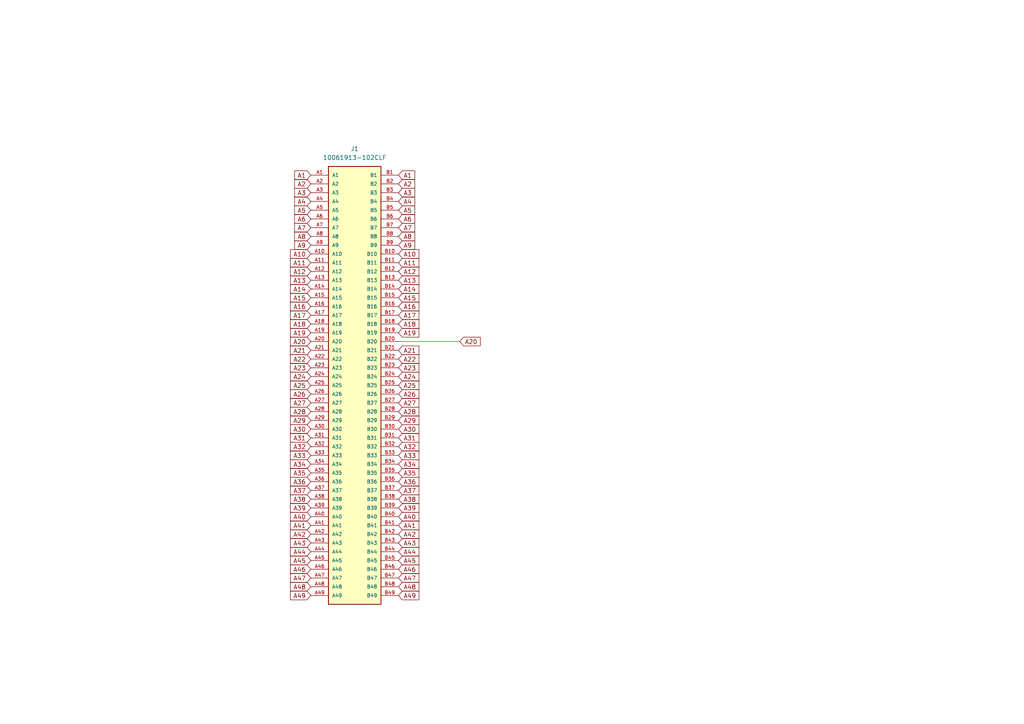
<source format=kicad_sch>
(kicad_sch (version 20230121) (generator eeschema)
  (paper "A4")
  (lib_symbols
    (symbol "10061913-102CLF:10061913-102CLF" (pin_names (offset 1.016))
      (property "Reference" "J" (at -7.62 64.262 0))
      (property "Value" "10061913-102CLF" (at -7.62 -66.04 0))
      (symbol "10061913-102CLF_0_0"
        (rectangle (start -7.62 -63.5) (end 7.62 63.5) (stroke (width 0.254)) (fill (type background)))
        (pin passive line (at -12.7 60.96 0) (length 5.08) (name "A1") (number "A1"))
        (pin passive line (at -12.7 38.1 0) (length 5.08) (name "A10") (number "A10"))
        (pin passive line (at -12.7 35.56 0) (length 5.08) (name "A11") (number "A11"))
        (pin passive line (at -12.7 33.02 0) (length 5.08) (name "A12") (number "A12"))
        (pin passive line (at -12.7 30.48 0) (length 5.08) (name "A13") (number "A13"))
        (pin passive line (at -12.7 27.94 0) (length 5.08) (name "A14") (number "A14"))
        (pin passive line (at -12.7 25.4 0) (length 5.08) (name "A15") (number "A15"))
        (pin passive line (at -12.7 22.86 0) (length 5.08) (name "A16") (number "A16"))
        (pin passive line (at -12.7 20.32 0) (length 5.08) (name "A17") (number "A17"))
        (pin passive line (at -12.7 17.78 0) (length 5.08) (name "A18") (number "A18"))
        (pin passive line (at -12.7 15.24 0) (length 5.08) (name "A19") (number "A19"))
        (pin passive line (at -12.7 58.42 0) (length 5.08) (name "A2") (number "A2"))
        (pin passive line (at -12.7 12.7 0) (length 5.08) (name "A20") (number "A20"))
        (pin passive line (at -12.7 10.16 0) (length 5.08) (name "A21") (number "A21"))
        (pin passive line (at -12.7 7.62 0) (length 5.08) (name "A22") (number "A22"))
        (pin passive line (at -12.7 5.08 0) (length 5.08) (name "A23") (number "A23"))
        (pin passive line (at -12.7 2.54 0) (length 5.08) (name "A24") (number "A24"))
        (pin passive line (at -12.7 0 0) (length 5.08) (name "A25") (number "A25"))
        (pin passive line (at -12.7 -2.54 0) (length 5.08) (name "A26") (number "A26"))
        (pin passive line (at -12.7 -5.08 0) (length 5.08) (name "A27") (number "A27"))
        (pin passive line (at -12.7 -7.62 0) (length 5.08) (name "A28") (number "A28"))
        (pin passive line (at -12.7 -10.16 0) (length 5.08) (name "A29") (number "A29"))
        (pin passive line (at -12.7 55.88 0) (length 5.08) (name "A3") (number "A3"))
        (pin passive line (at -12.7 -12.7 0) (length 5.08) (name "A30") (number "A30"))
        (pin passive line (at -12.7 -15.24 0) (length 5.08) (name "A31") (number "A31"))
        (pin passive line (at -12.7 -17.78 0) (length 5.08) (name "A32") (number "A32"))
        (pin passive line (at -12.7 -20.32 0) (length 5.08) (name "A33") (number "A33"))
        (pin passive line (at -12.7 -22.86 0) (length 5.08) (name "A34") (number "A34"))
        (pin passive line (at -12.7 -25.4 0) (length 5.08) (name "A35") (number "A35"))
        (pin passive line (at -12.7 -27.94 0) (length 5.08) (name "A36") (number "A36"))
        (pin passive line (at -12.7 -30.48 0) (length 5.08) (name "A37") (number "A37"))
        (pin passive line (at -12.7 -33.02 0) (length 5.08) (name "A38") (number "A38"))
        (pin passive line (at -12.7 -35.56 0) (length 5.08) (name "A39") (number "A39"))
        (pin passive line (at -12.7 53.34 0) (length 5.08) (name "A4") (number "A4"))
        (pin passive line (at -12.7 -38.1 0) (length 5.08) (name "A40") (number "A40"))
        (pin passive line (at -12.7 -40.64 0) (length 5.08) (name "A41") (number "A41"))
        (pin passive line (at -12.7 -43.18 0) (length 5.08) (name "A42") (number "A42"))
        (pin passive line (at -12.7 -45.72 0) (length 5.08) (name "A43") (number "A43"))
        (pin passive line (at -12.7 -48.26 0) (length 5.08) (name "A44") (number "A44"))
        (pin passive line (at -12.7 -50.8 0) (length 5.08) (name "A45") (number "A45"))
        (pin passive line (at -12.7 -53.34 0) (length 5.08) (name "A46") (number "A46"))
        (pin passive line (at -12.7 -55.88 0) (length 5.08) (name "A47") (number "A47"))
        (pin passive line (at -12.7 -58.42 0) (length 5.08) (name "A48") (number "A48"))
        (pin passive line (at -12.7 -60.96 0) (length 5.08) (name "A49") (number "A49"))
        (pin passive line (at -12.7 50.8 0) (length 5.08) (name "A5") (number "A5"))
        (pin passive line (at -12.7 48.26 0) (length 5.08) (name "A6") (number "A6"))
        (pin passive line (at -12.7 45.72 0) (length 5.08) (name "A7") (number "A7"))
        (pin passive line (at -12.7 43.18 0) (length 5.08) (name "A8") (number "A8"))
        (pin passive line (at -12.7 40.64 0) (length 5.08) (name "A9") (number "A9"))
        (pin passive line (at 12.7 60.96 180) (length 5.08) (name "B1") (number "B1"))
        (pin passive line (at 12.7 38.1 180) (length 5.08) (name "B10") (number "B10"))
        (pin passive line (at 12.7 35.56 180) (length 5.08) (name "B11") (number "B11"))
        (pin passive line (at 12.7 33.02 180) (length 5.08) (name "B12") (number "B12"))
        (pin passive line (at 12.7 30.48 180) (length 5.08) (name "B13") (number "B13"))
        (pin passive line (at 12.7 27.94 180) (length 5.08) (name "B14") (number "B14"))
        (pin passive line (at 12.7 25.4 180) (length 5.08) (name "B15") (number "B15"))
        (pin passive line (at 12.7 22.86 180) (length 5.08) (name "B16") (number "B16"))
        (pin passive line (at 12.7 20.32 180) (length 5.08) (name "B17") (number "B17"))
        (pin passive line (at 12.7 17.78 180) (length 5.08) (name "B18") (number "B18"))
        (pin passive line (at 12.7 15.24 180) (length 5.08) (name "B19") (number "B19"))
        (pin passive line (at 12.7 58.42 180) (length 5.08) (name "B2") (number "B2"))
        (pin passive line (at 12.7 12.7 180) (length 5.08) (name "B20") (number "B20"))
        (pin passive line (at 12.7 10.16 180) (length 5.08) (name "B21") (number "B21"))
        (pin passive line (at 12.7 7.62 180) (length 5.08) (name "B22") (number "B22"))
        (pin passive line (at 12.7 5.08 180) (length 5.08) (name "B23") (number "B23"))
        (pin passive line (at 12.7 2.54 180) (length 5.08) (name "B24") (number "B24"))
        (pin passive line (at 12.7 0 180) (length 5.08) (name "B25") (number "B25"))
        (pin passive line (at 12.7 -2.54 180) (length 5.08) (name "B26") (number "B26"))
        (pin passive line (at 12.7 -5.08 180) (length 5.08) (name "B27") (number "B27"))
        (pin passive line (at 12.7 -7.62 180) (length 5.08) (name "B28") (number "B28"))
        (pin passive line (at 12.7 -10.16 180) (length 5.08) (name "B29") (number "B29"))
        (pin passive line (at 12.7 55.88 180) (length 5.08) (name "B3") (number "B3"))
        (pin passive line (at 12.7 -12.7 180) (length 5.08) (name "B30") (number "B30"))
        (pin passive line (at 12.7 -15.24 180) (length 5.08) (name "B31") (number "B31"))
        (pin passive line (at 12.7 -17.78 180) (length 5.08) (name "B32") (number "B32"))
        (pin passive line (at 12.7 -20.32 180) (length 5.08) (name "B33") (number "B33"))
        (pin passive line (at 12.7 -22.86 180) (length 5.08) (name "B34") (number "B34"))
        (pin passive line (at 12.7 -25.4 180) (length 5.08) (name "B35") (number "B35"))
        (pin passive line (at 12.7 -27.94 180) (length 5.08) (name "B36") (number "B36"))
        (pin passive line (at 12.7 -30.48 180) (length 5.08) (name "B37") (number "B37"))
        (pin passive line (at 12.7 -33.02 180) (length 5.08) (name "B38") (number "B38"))
        (pin passive line (at 12.7 -35.56 180) (length 5.08) (name "B39") (number "B39"))
        (pin passive line (at 12.7 53.34 180) (length 5.08) (name "B4") (number "B4"))
        (pin passive line (at 12.7 -38.1 180) (length 5.08) (name "B40") (number "B40"))
        (pin passive line (at 12.7 -40.64 180) (length 5.08) (name "B41") (number "B41"))
        (pin passive line (at 12.7 -43.18 180) (length 5.08) (name "B42") (number "B42"))
        (pin passive line (at 12.7 -45.72 180) (length 5.08) (name "B43") (number "B43"))
        (pin passive line (at 12.7 -48.26 180) (length 5.08) (name "B44") (number "B44"))
        (pin passive line (at 12.7 -50.8 180) (length 5.08) (name "B45") (number "B45"))
        (pin passive line (at 12.7 -53.34 180) (length 5.08) (name "B46") (number "B46"))
        (pin passive line (at 12.7 -55.88 180) (length 5.08) (name "B47") (number "B47"))
        (pin passive line (at 12.7 -58.42 180) (length 5.08) (name "B48") (number "B48"))
        (pin passive line (at 12.7 -60.96 180) (length 5.08) (name "B49") (number "B49"))
        (pin passive line (at 12.7 50.8 180) (length 5.08) (name "B5") (number "B5"))
        (pin passive line (at 12.7 48.26 180) (length 5.08) (name "B6") (number "B6"))
        (pin passive line (at 12.7 45.72 180) (length 5.08) (name "B7") (number "B7"))
        (pin passive line (at 12.7 43.18 180) (length 5.08) (name "B8") (number "B8"))
        (pin passive line (at 12.7 40.64 180) (length 5.08) (name "B9") (number "B9"))
      )
    )
  )
  (wire (pts (xy 133.35 99.06) (xy 115.57 99.06)))
  (global_label "A49" (shape input) (at 115.57 172.72 0) (property "Intersheetrefs" "${INTERSHEET_REFS}" (effects hide)))
  (global_label "A6" (shape input) (at 90.17 63.5 180) (property "Intersheetrefs" "${INTERSHEET_REFS}" (effects hide)))
  (global_label "A48" (shape input) (at 90.17 170.18 180) (property "Intersheetrefs" "${INTERSHEET_REFS}" (effects hide)))
  (global_label "A22" (shape input) (at 90.17 104.14 180) (property "Intersheetrefs" "${INTERSHEET_REFS}" (effects hide)))
  (global_label "A37" (shape input) (at 115.57 142.24 0) (property "Intersheetrefs" "${INTERSHEET_REFS}" (effects hide)))
  (global_label "A13" (shape input) (at 90.17 81.28 180) (property "Intersheetrefs" "${INTERSHEET_REFS}" (effects hide)))
  (global_label "A7" (shape input) (at 90.17 66.04 180) (property "Intersheetrefs" "${INTERSHEET_REFS}" (effects hide)))
  (global_label "A32" (shape input) (at 115.57 129.54 0) (property "Intersheetrefs" "${INTERSHEET_REFS}" (effects hide)))
  (global_label "A32" (shape input) (at 90.17 129.54 180) (property "Intersheetrefs" "${INTERSHEET_REFS}" (effects hide)))
  (global_label "A14" (shape input) (at 90.17 83.82 180) (property "Intersheetrefs" "${INTERSHEET_REFS}" (effects hide)))
  (global_label "A8" (shape input) (at 90.17 68.58 180) (property "Intersheetrefs" "${INTERSHEET_REFS}" (effects hide)))
  (global_label "A18" (shape input) (at 90.17 93.98 180) (property "Intersheetrefs" "${INTERSHEET_REFS}" (effects hide)))
  (global_label "A43" (shape input) (at 90.17 157.48 180) (property "Intersheetrefs" "${INTERSHEET_REFS}" (effects hide)))
  (global_label "A48" (shape input) (at 115.57 170.18 0) (property "Intersheetrefs" "${INTERSHEET_REFS}" (effects hide)))
  (global_label "A23" (shape input) (at 90.17 106.68 180) (property "Intersheetrefs" "${INTERSHEET_REFS}" (effects hide)))
  (global_label "A1" (shape input) (at 115.57 50.8 0) (property "Intersheetrefs" "${INTERSHEET_REFS}" (effects hide)))
  (global_label "A2" (shape input) (at 90.17 53.34 180) (property "Intersheetrefs" "${INTERSHEET_REFS}" (effects hide)))
  (global_label "A21" (shape input) (at 115.57 101.6 0) (property "Intersheetrefs" "${INTERSHEET_REFS}" (effects hide)))
  (global_label "A29" (shape input) (at 90.17 121.92 180) (property "Intersheetrefs" "${INTERSHEET_REFS}" (effects hide)))
  (global_label "A12" (shape input) (at 115.57 78.74 0) (property "Intersheetrefs" "${INTERSHEET_REFS}" (effects hide)))
  (global_label "A38" (shape input) (at 90.17 144.78 180) (property "Intersheetrefs" "${INTERSHEET_REFS}" (effects hide)))
  (global_label "A31" (shape input) (at 115.57 127 0) (property "Intersheetrefs" "${INTERSHEET_REFS}" (effects hide)))
  (global_label "A49" (shape input) (at 90.17 172.72 180) (property "Intersheetrefs" "${INTERSHEET_REFS}" (effects hide)))
  (global_label "A30" (shape input) (at 115.57 124.46 0) (property "Intersheetrefs" "${INTERSHEET_REFS}" (effects hide)))
  (global_label "A14" (shape input) (at 115.57 83.82 0) (property "Intersheetrefs" "${INTERSHEET_REFS}" (effects hide)))
  (global_label "A10" (shape input) (at 115.57 73.66 0) (property "Intersheetrefs" "${INTERSHEET_REFS}" (effects hide)))
  (global_label "A42" (shape input) (at 90.17 154.94 180) (property "Intersheetrefs" "${INTERSHEET_REFS}" (effects hide)))
  (global_label "A47" (shape input) (at 115.57 167.64 0) (property "Intersheetrefs" "${INTERSHEET_REFS}" (effects hide)))
  (global_label "A39" (shape input) (at 90.17 147.32 180) (property "Intersheetrefs" "${INTERSHEET_REFS}" (effects hide)))
  (global_label "A17" (shape input) (at 90.17 91.44 180) (property "Intersheetrefs" "${INTERSHEET_REFS}" (effects hide)))
  (global_label "A11" (shape input) (at 115.57 76.2 0) (property "Intersheetrefs" "${INTERSHEET_REFS}" (effects hide)))
  (global_label "A4" (shape input) (at 90.17 58.42 180) (property "Intersheetrefs" "${INTERSHEET_REFS}" (effects hide)))
  (global_label "A2" (shape input) (at 115.57 53.34 0) (property "Intersheetrefs" "${INTERSHEET_REFS}" (effects hide)))
  (global_label "A10" (shape input) (at 90.17 73.66 180) (property "Intersheetrefs" "${INTERSHEET_REFS}" (effects hide)))
  (global_label "A20" (shape input) (at 90.17 99.06 180) (property "Intersheetrefs" "${INTERSHEET_REFS}" (effects hide)))
  (global_label "A9" (shape input) (at 115.57 71.12 0) (property "Intersheetrefs" "${INTERSHEET_REFS}" (effects hide)))
  (global_label "A34" (shape input) (at 115.57 134.62 0) (property "Intersheetrefs" "${INTERSHEET_REFS}" (effects hide)))
  (global_label "A39" (shape input) (at 115.57 147.32 0) (property "Intersheetrefs" "${INTERSHEET_REFS}" (effects hide)))
  (global_label "A9" (shape input) (at 90.17 71.12 180) (property "Intersheetrefs" "${INTERSHEET_REFS}" (effects hide)))
  (global_label "A27" (shape input) (at 115.57 116.84 0) (property "Intersheetrefs" "${INTERSHEET_REFS}" (effects hide)))
  (global_label "A26" (shape input) (at 115.57 114.3 0) (property "Intersheetrefs" "${INTERSHEET_REFS}" (effects hide)))
  (global_label "A4" (shape input) (at 115.57 58.42 0) (property "Intersheetrefs" "${INTERSHEET_REFS}" (effects hide)))
  (global_label "A33" (shape input) (at 90.17 132.08 180) (property "Intersheetrefs" "${INTERSHEET_REFS}" (effects hide)))
  (global_label "A24" (shape input) (at 115.57 109.22 0) (property "Intersheetrefs" "${INTERSHEET_REFS}" (effects hide)))
  (global_label "A7" (shape input) (at 115.57 66.04 0) (property "Intersheetrefs" "${INTERSHEET_REFS}" (effects hide)))
  (global_label "A46" (shape input) (at 115.57 165.1 0) (property "Intersheetrefs" "${INTERSHEET_REFS}" (effects hide)))
  (global_label "A3" (shape input) (at 90.17 55.88 180) (property "Intersheetrefs" "${INTERSHEET_REFS}" (effects hide)))
  (global_label "A1" (shape input) (at 90.17 50.8 180) (property "Intersheetrefs" "${INTERSHEET_REFS}" (effects hide)))
  (global_label "A12" (shape input) (at 90.17 78.74 180) (property "Intersheetrefs" "${INTERSHEET_REFS}" (effects hide)))
  (global_label "A25" (shape input) (at 90.17 111.76 180) (property "Intersheetrefs" "${INTERSHEET_REFS}" (effects hide)))
  (global_label "A18" (shape input) (at 115.57 93.98 0) (property "Intersheetrefs" "${INTERSHEET_REFS}" (effects hide)))
  (global_label "A15" (shape input) (at 115.57 86.36 0) (property "Intersheetrefs" "${INTERSHEET_REFS}" (effects hide)))
  (global_label "A5" (shape input) (at 115.57 60.96 0) (property "Intersheetrefs" "${INTERSHEET_REFS}" (effects hide)))
  (global_label "A40" (shape input) (at 90.17 149.86 180) (property "Intersheetrefs" "${INTERSHEET_REFS}" (effects hide)))
  (global_label "A35" (shape input) (at 90.17 137.16 180) (property "Intersheetrefs" "${INTERSHEET_REFS}" (effects hide)))
  (global_label "A13" (shape input) (at 115.57 81.28 0) (property "Intersheetrefs" "${INTERSHEET_REFS}" (effects hide)))
  (global_label "A22" (shape input) (at 115.57 104.14 0) (property "Intersheetrefs" "${INTERSHEET_REFS}" (effects hide)))
  (global_label "A15" (shape input) (at 90.17 86.36 180) (property "Intersheetrefs" "${INTERSHEET_REFS}" (effects hide)))
  (global_label "A23" (shape input) (at 115.57 106.68 0) (property "Intersheetrefs" "${INTERSHEET_REFS}" (effects hide)))
  (global_label "A27" (shape input) (at 90.17 116.84 180) (property "Intersheetrefs" "${INTERSHEET_REFS}" (effects hide)))
  (global_label "A3" (shape input) (at 115.57 55.88 0) (property "Intersheetrefs" "${INTERSHEET_REFS}" (effects hide)))
  (global_label "A21" (shape input) (at 90.17 101.6 180) (property "Intersheetrefs" "${INTERSHEET_REFS}" (effects hide)))
  (global_label "A17" (shape input) (at 115.57 91.44 0) (property "Intersheetrefs" "${INTERSHEET_REFS}" (effects hide)))
  (global_label "A28" (shape input) (at 90.17 119.38 180) (property "Intersheetrefs" "${INTERSHEET_REFS}" (effects hide)))
  (global_label "A31" (shape input) (at 90.17 127 180) (property "Intersheetrefs" "${INTERSHEET_REFS}" (effects hide)))
  (global_label "A8" (shape input) (at 115.57 68.58 0) (property "Intersheetrefs" "${INTERSHEET_REFS}" (effects hide)))
  (global_label "A16" (shape input) (at 115.57 88.9 0) (property "Intersheetrefs" "${INTERSHEET_REFS}" (effects hide)))
  (global_label "A30" (shape input) (at 90.17 124.46 180) (property "Intersheetrefs" "${INTERSHEET_REFS}" (effects hide)))
  (global_label "A43" (shape input) (at 115.57 157.48 0) (property "Intersheetrefs" "${INTERSHEET_REFS}" (effects hide)))
  (global_label "A38" (shape input) (at 115.57 144.78 0) (property "Intersheetrefs" "${INTERSHEET_REFS}" (effects hide)))
  (global_label "A25" (shape input) (at 115.57 111.76 0) (property "Intersheetrefs" "${INTERSHEET_REFS}" (effects hide)))
  (global_label "A5" (shape input) (at 90.17 60.96 180) (property "Intersheetrefs" "${INTERSHEET_REFS}" (effects hide)))
  (global_label "A46" (shape input) (at 90.17 165.1 180) (property "Intersheetrefs" "${INTERSHEET_REFS}" (effects hide)))
  (global_label "A29" (shape input) (at 115.57 121.92 0) (property "Intersheetrefs" "${INTERSHEET_REFS}" (effects hide)))
  (global_label "A42" (shape input) (at 115.57 154.94 0) (property "Intersheetrefs" "${INTERSHEET_REFS}" (effects hide)))
  (global_label "A41" (shape input) (at 90.17 152.4 180) (property "Intersheetrefs" "${INTERSHEET_REFS}" (effects hide)))
  (global_label "A16" (shape input) (at 90.17 88.9 180) (property "Intersheetrefs" "${INTERSHEET_REFS}" (effects hide)))
  (global_label "A33" (shape input) (at 115.57 132.08 0) (property "Intersheetrefs" "${INTERSHEET_REFS}" (effects hide)))
  (global_label "A41" (shape input) (at 115.57 152.4 0) (property "Intersheetrefs" "${INTERSHEET_REFS}" (effects hide)))
  (global_label "A26" (shape input) (at 90.17 114.3 180) (property "Intersheetrefs" "${INTERSHEET_REFS}" (effects hide)))
  (global_label "A20" (shape input) (at 133.35 99.06 0) (property "Intersheetrefs" "${INTERSHEET_REFS}" (effects hide)))
  (global_label "A19" (shape input) (at 115.57 96.52 0) (property "Intersheetrefs" "${INTERSHEET_REFS}" (effects hide)))
  (global_label "A24" (shape input) (at 90.17 109.22 180) (property "Intersheetrefs" "${INTERSHEET_REFS}" (effects hide)))
  (global_label "A47" (shape input) (at 90.17 167.64 180) (property "Intersheetrefs" "${INTERSHEET_REFS}" (effects hide)))
  (global_label "A44" (shape input) (at 90.17 160.02 180) (property "Intersheetrefs" "${INTERSHEET_REFS}" (effects hide)))
  (global_label "A37" (shape input) (at 90.17 142.24 180) (property "Intersheetrefs" "${INTERSHEET_REFS}" (effects hide)))
  (global_label "A36" (shape input) (at 90.17 139.7 180) (property "Intersheetrefs" "${INTERSHEET_REFS}" (effects hide)))
  (global_label "A34" (shape input) (at 90.17 134.62 180) (property "Intersheetrefs" "${INTERSHEET_REFS}" (effects hide)))
  (global_label "A36" (shape input) (at 115.57 139.7 0) (property "Intersheetrefs" "${INTERSHEET_REFS}" (effects hide)))
  (global_label "A6" (shape input) (at 115.57 63.5 0) (property "Intersheetrefs" "${INTERSHEET_REFS}" (effects hide)))
  (global_label "A45" (shape input) (at 115.57 162.56 0) (property "Intersheetrefs" "${INTERSHEET_REFS}" (effects hide)))
  (global_label "A28" (shape input) (at 115.57 119.38 0) (property "Intersheetrefs" "${INTERSHEET_REFS}" (effects hide)))
  (global_label "A11" (shape input) (at 90.17 76.2 180) (property "Intersheetrefs" "${INTERSHEET_REFS}" (effects hide)))
  (global_label "A45" (shape input) (at 90.17 162.56 180) (property "Intersheetrefs" "${INTERSHEET_REFS}" (effects hide)))
  (global_label "A19" (shape input) (at 90.17 96.52 180) (property "Intersheetrefs" "${INTERSHEET_REFS}" (effects hide)))
  (global_label "A44" (shape input) (at 115.57 160.02 0) (property "Intersheetrefs" "${INTERSHEET_REFS}" (effects hide)))
  (global_label "A40" (shape input) (at 115.57 149.86 0) (property "Intersheetrefs" "${INTERSHEET_REFS}" (effects hide)))
  (global_label "A35" (shape input) (at 115.57 137.16 0) (property "Intersheetrefs" "${INTERSHEET_REFS}" (effects hide)))
  (symbol (lib_id "10061913-102CLF:10061913-102CLF") (at 102.87 111.76 0) (unit 1)
    (property "Reference" "J1" (at 102.87 43.18 0))
    (property "Value" "10061913-102CLF" (at 102.87 45.72 0))
    (property "Footprint" "goldmansachs:AMPHENOL_10061913-102CLF" (effects hide))
    (property "PARTREV" "S" (effects hide))
    (property "STANDARD" "Manufacturer Recommendations" (effects hide))
    (property "MAXIMUM_PACKAGE_HEIGHT" "11.10mm" (effects hide))
    (property "MANUFACTURER" "Amphenol" (effects hide))
  )
)
</source>
